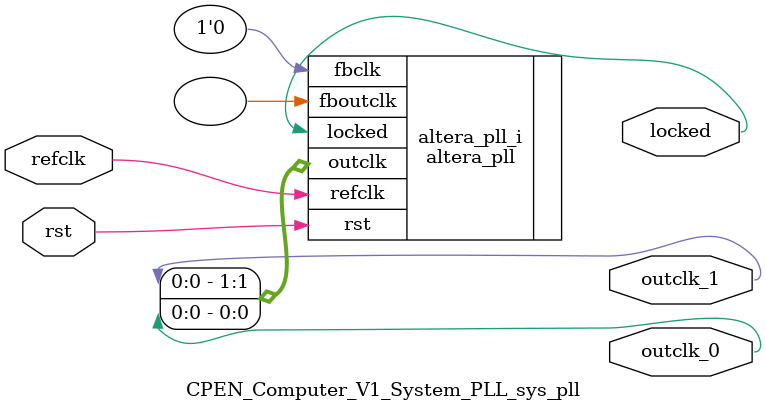
<source format=v>
`timescale 1ns/10ps
module  CPEN_Computer_V1_System_PLL_sys_pll(

	// interface 'refclk'
	input wire refclk,

	// interface 'reset'
	input wire rst,

	// interface 'outclk0'
	output wire outclk_0,

	// interface 'outclk1'
	output wire outclk_1,

	// interface 'locked'
	output wire locked
);

	altera_pll #(
		.fractional_vco_multiplier("false"),
		.reference_clock_frequency("50.0 MHz"),
		.operation_mode("direct"),
		.number_of_clocks(2),
		.output_clock_frequency0("50.000000 MHz"),
		.phase_shift0("0 ps"),
		.duty_cycle0(50),
		.output_clock_frequency1("50.000000 MHz"),
		.phase_shift1("-3000 ps"),
		.duty_cycle1(50),
		.output_clock_frequency2("0 MHz"),
		.phase_shift2("0 ps"),
		.duty_cycle2(50),
		.output_clock_frequency3("0 MHz"),
		.phase_shift3("0 ps"),
		.duty_cycle3(50),
		.output_clock_frequency4("0 MHz"),
		.phase_shift4("0 ps"),
		.duty_cycle4(50),
		.output_clock_frequency5("0 MHz"),
		.phase_shift5("0 ps"),
		.duty_cycle5(50),
		.output_clock_frequency6("0 MHz"),
		.phase_shift6("0 ps"),
		.duty_cycle6(50),
		.output_clock_frequency7("0 MHz"),
		.phase_shift7("0 ps"),
		.duty_cycle7(50),
		.output_clock_frequency8("0 MHz"),
		.phase_shift8("0 ps"),
		.duty_cycle8(50),
		.output_clock_frequency9("0 MHz"),
		.phase_shift9("0 ps"),
		.duty_cycle9(50),
		.output_clock_frequency10("0 MHz"),
		.phase_shift10("0 ps"),
		.duty_cycle10(50),
		.output_clock_frequency11("0 MHz"),
		.phase_shift11("0 ps"),
		.duty_cycle11(50),
		.output_clock_frequency12("0 MHz"),
		.phase_shift12("0 ps"),
		.duty_cycle12(50),
		.output_clock_frequency13("0 MHz"),
		.phase_shift13("0 ps"),
		.duty_cycle13(50),
		.output_clock_frequency14("0 MHz"),
		.phase_shift14("0 ps"),
		.duty_cycle14(50),
		.output_clock_frequency15("0 MHz"),
		.phase_shift15("0 ps"),
		.duty_cycle15(50),
		.output_clock_frequency16("0 MHz"),
		.phase_shift16("0 ps"),
		.duty_cycle16(50),
		.output_clock_frequency17("0 MHz"),
		.phase_shift17("0 ps"),
		.duty_cycle17(50),
		.pll_type("General"),
		.pll_subtype("General")
	) altera_pll_i (
		.rst	(rst),
		.outclk	({outclk_1, outclk_0}),
		.locked	(locked),
		.fboutclk	( ),
		.fbclk	(1'b0),
		.refclk	(refclk)
	);
endmodule


</source>
